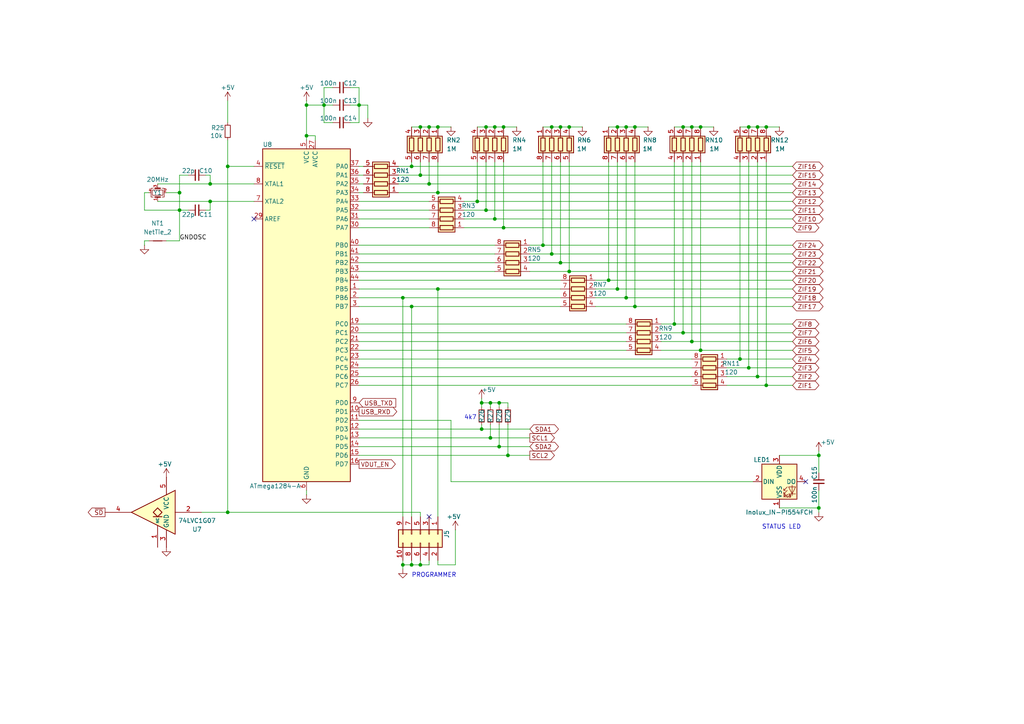
<source format=kicad_sch>
(kicad_sch (version 20250114) (generator "eeschema") (generator_version "9.0")
  (paper "A4")
  (title_block (title "Logic IC tester / microcontroller") (date "2025-04-16") (rev "3.0") (company "https://mera400.pl"))
  (lib_symbols
    (symbol "74xGxx:74LVC1G07"
      (property "Reference" "U" (at 0 7.62 0))
      (property "Value" "74LVC1G07" (at 3.81 -7.62 0))
      (symbol "74LVC1G07_0_1"
        (polyline (pts (xy -7.62 6.35) (xy -7.62 -6.35) (xy 5.08 0) (xy -7.62 6.35)) (stroke (width 0.254)) (fill (type background)))
        (polyline (pts (xy -3.81 -1.27) (xy -1.27 -1.27)) (stroke (width 0.254)) (fill (type background)))
        (polyline (pts (xy -2.54 1.27) (xy -3.81 0) (xy -2.54 -1.27) (xy -1.27 0) (xy -2.54 1.27)) (stroke (width 0.254)) (fill (type background)))
      )
      (symbol "74LVC1G07_1_1"
        (pin input line (at -15.24 0 0) (length 7.62) (name "~") (number "2"))
        (pin power_in line (at -5.08 10.16 270) (length 5.08) (name "VCC") (number "5"))
        (pin power_in line (at -5.08 -10.16 90) (length 5.08) (name "GND") (number "3"))
        (pin free line (at -2.54 -10.16 90) (length 6.35) (name "NC") (number "1"))
        (pin open_collector line (at 12.7 0 180) (length 7.62) (name "~") (number "4"))
      )
    )
    (symbol "Connector_Generic:Conn_02x05_Odd_Even" (pin_names (offset 1.016) (hide yes))
      (property "Reference" "J" (at 1.27 7.62 0))
      (property "Value" "Conn_02x05_Odd_Even" (at 1.27 -7.62 0))
      (symbol "Conn_02x05_Odd_Even_1_1"
        (rectangle (start -1.27 6.35) (end 3.81 -6.35) (stroke (width 0.254)) (fill (type background)))
        (rectangle (start -1.27 5.207) (end 0 4.953) (stroke (width 0.1524)))
        (rectangle (start -1.27 2.667) (end 0 2.413) (stroke (width 0.1524)))
        (rectangle (start -1.27 0.127) (end 0 -0.127) (stroke (width 0.1524)))
        (rectangle (start -1.27 -2.413) (end 0 -2.667) (stroke (width 0.1524)))
        (rectangle (start -1.27 -4.953) (end 0 -5.207) (stroke (width 0.1524)))
        (rectangle (start 3.81 5.207) (end 2.54 4.953) (stroke (width 0.1524)))
        (rectangle (start 3.81 2.667) (end 2.54 2.413) (stroke (width 0.1524)))
        (rectangle (start 3.81 0.127) (end 2.54 -0.127) (stroke (width 0.1524)))
        (rectangle (start 3.81 -2.413) (end 2.54 -2.667) (stroke (width 0.1524)))
        (rectangle (start 3.81 -4.953) (end 2.54 -5.207) (stroke (width 0.1524)))
        (pin passive line (at -5.08 5.08 0) (length 3.81) (name "Pin_1") (number "1"))
        (pin passive line (at -5.08 2.54 0) (length 3.81) (name "Pin_3") (number "3"))
        (pin passive line (at -5.08 0 0) (length 3.81) (name "Pin_5") (number "5"))
        (pin passive line (at -5.08 -2.54 0) (length 3.81) (name "Pin_7") (number "7"))
        (pin passive line (at -5.08 -5.08 0) (length 3.81) (name "Pin_9") (number "9"))
        (pin passive line (at 7.62 5.08 180) (length 3.81) (name "Pin_2") (number "2"))
        (pin passive line (at 7.62 2.54 180) (length 3.81) (name "Pin_4") (number "4"))
        (pin passive line (at 7.62 0 180) (length 3.81) (name "Pin_6") (number "6"))
        (pin passive line (at 7.62 -2.54 180) (length 3.81) (name "Pin_8") (number "8"))
        (pin passive line (at 7.62 -5.08 180) (length 3.81) (name "Pin_10") (number "10"))
      )
    )
    (symbol "Device:C_Small" (pin_numbers (hide yes)) (pin_names (offset 0.254) (hide yes))
      (property "Reference" "C" (at 0.254 1.778 0))
      (property "Value" "C_Small" (at 0.254 -2.032 0))
      (symbol "C_Small_0_1"
        (polyline (pts (xy -1.524 0.508) (xy 1.524 0.508)) (stroke (width 0.3048)))
        (polyline (pts (xy -1.524 -0.508) (xy 1.524 -0.508)) (stroke (width 0.3302)))
      )
      (symbol "C_Small_1_1"
        (pin passive line (at 0 2.54 270) (length 2.032) (name "~") (number "1"))
        (pin passive line (at 0 -2.54 90) (length 2.032) (name "~") (number "2"))
      )
    )
    (symbol "Device:Crystal_GND24_Small" (pin_names (offset 1.016) (hide yes))
      (property "Reference" "Y" (at 1.27 4.445 0))
      (property "Value" "Crystal_GND24_Small" (at 1.27 2.54 0))
      (symbol "Crystal_GND24_Small_0_1"
        (polyline (pts (xy -1.27 1.27) (xy -1.27 1.905) (xy 1.27 1.905) (xy 1.27 1.27)))
        (polyline (pts (xy -1.27 -0.762) (xy -1.27 0.762)) (stroke (width 0.381)))
        (polyline (pts (xy -1.27 -1.27) (xy -1.27 -1.905) (xy 1.27 -1.905) (xy 1.27 -1.27)))
        (rectangle (start -0.762 -1.524) (end 0.762 1.524))
        (polyline (pts (xy 1.27 -0.762) (xy 1.27 0.762)) (stroke (width 0.381)))
      )
      (symbol "Crystal_GND24_Small_1_1"
        (pin passive line (at -2.54 0 0) (length 1.27) (name "1") (number "1"))
        (pin passive line (at 0 2.54 270) (length 0.635) (name "4") (number "4"))
        (pin passive line (at 0 -2.54 90) (length 0.635) (name "2") (number "2"))
        (pin passive line (at 2.54 0 180) (length 1.27) (name "3") (number "3"))
      )
    )
    (symbol "Device:NetTie_2" (pin_numbers (hide yes)) (pin_names (offset 0) (hide yes)) (in_bom no)
      (property "Reference" "NT" (at 0 1.27 0))
      (property "Value" "NetTie_2" (at 0 -1.27 0))
      (symbol "NetTie_2_0_1"
        (polyline (pts (xy -1.27 0) (xy 1.27 0)) (stroke (width 0.254)))
      )
      (symbol "NetTie_2_1_1"
        (pin passive line (at -2.54 0 0) (length 2.54) (name "1") (number "1"))
        (pin passive line (at 2.54 0 180) (length 2.54) (name "2") (number "2"))
      )
    )
    (symbol "Device:R_Pack04" (pin_names (offset 0) (hide yes))
      (property "Reference" "RN" (at -7.62 0 90))
      (property "Value" "R_Pack04" (at 5.08 0 90))
      (symbol "R_Pack04_0_1"
        (rectangle (start -6.35 -2.413) (end 3.81 2.413) (stroke (width 0.254)) (fill (type background)))
        (rectangle (start -5.715 1.905) (end -4.445 -1.905) (stroke (width 0.254)))
        (polyline (pts (xy -5.08 1.905) (xy -5.08 2.54)))
        (polyline (pts (xy -5.08 -2.54) (xy -5.08 -1.905)))
        (rectangle (start -3.175 1.905) (end -1.905 -1.905) (stroke (width 0.254)))
        (polyline (pts (xy -2.54 1.905) (xy -2.54 2.54)))
        (polyline (pts (xy -2.54 -2.54) (xy -2.54 -1.905)))
        (rectangle (start -0.635 1.905) (end 0.635 -1.905) (stroke (width 0.254)))
        (polyline (pts (xy 0 1.905) (xy 0 2.54)))
        (polyline (pts (xy 0 -2.54) (xy 0 -1.905)))
        (rectangle (start 1.905 1.905) (end 3.175 -1.905) (stroke (width 0.254)))
        (polyline (pts (xy 2.54 1.905) (xy 2.54 2.54)))
        (polyline (pts (xy 2.54 -2.54) (xy 2.54 -1.905)))
      )
      (symbol "R_Pack04_1_1"
        (pin passive line (at -5.08 5.08 270) (length 2.54) (name "R1.2") (number "8"))
        (pin passive line (at -5.08 -5.08 90) (length 2.54) (name "R1.1") (number "1"))
        (pin passive line (at -2.54 5.08 270) (length 2.54) (name "R2.2") (number "7"))
        (pin passive line (at -2.54 -5.08 90) (length 2.54) (name "R2.1") (number "2"))
        (pin passive line (at 0 5.08 270) (length 2.54) (name "R3.2") (number "6"))
        (pin passive line (at 0 -5.08 90) (length 2.54) (name "R3.1") (number "3"))
        (pin passive line (at 2.54 5.08 270) (length 2.54) (name "R4.2") (number "5"))
        (pin passive line (at 2.54 -5.08 90) (length 2.54) (name "R4.1") (number "4"))
      )
    )
    (symbol "Device:R_Small" (pin_numbers (hide yes)) (pin_names (offset 0.254) (hide yes))
      (property "Reference" "R" (at 0.762 0.508 0))
      (property "Value" "R_Small" (at 0.762 -1.016 0))
      (symbol "R_Small_0_1"
        (rectangle (start -0.762 1.778) (end 0.762 -1.778) (stroke (width 0.2032)))
      )
      (symbol "R_Small_1_1"
        (pin passive line (at 0 2.54 270) (length 0.762) (name "~") (number "1"))
        (pin passive line (at 0 -2.54 90) (length 0.762) (name "~") (number "2"))
      )
    )
    (symbol "LED:Inolux_IN-PI554FCH" (pin_names (offset 0.254))
      (property "Reference" "D" (at 5.08 5.715 0))
      (property "Value" "Inolux_IN-PI554FCH" (at 1.27 -5.715 0))
      (symbol "Inolux_IN-PI554FCH_0_0"
        (text "RGB" (at 2.286 -4.191 0) (effects (font (size 0.762 0.762))))
      )
      (symbol "Inolux_IN-PI554FCH_0_1"
        (polyline (pts (xy 1.27 -2.54) (xy 1.778 -2.54)))
        (polyline (pts (xy 1.27 -3.556) (xy 1.778 -3.556)))
        (polyline (pts (xy 2.286 -1.524) (xy 1.27 -2.54) (xy 1.27 -2.032)))
        (polyline (pts (xy 2.286 -2.54) (xy 1.27 -3.556) (xy 1.27 -3.048)))
        (polyline (pts (xy 3.683 -1.016) (xy 3.683 -3.556) (xy 3.683 -4.064)))
        (polyline (pts (xy 4.699 -1.524) (xy 2.667 -1.524) (xy 3.683 -3.556) (xy 4.699 -1.524)))
        (polyline (pts (xy 4.699 -3.556) (xy 2.667 -3.556)))
        (rectangle (start 5.08 5.08) (end -5.08 -5.08) (stroke (width 0.254)) (fill (type background)))
      )
      (symbol "Inolux_IN-PI554FCH_1_1"
        (pin input line (at -7.62 0 0) (length 2.54) (name "DIN") (number "2"))
        (pin power_in line (at 0 7.62 270) (length 2.54) (name "VDD") (number "3"))
        (pin power_in line (at 0 -7.62 90) (length 2.54) (name "VSS") (number "1"))
        (pin output line (at 7.62 0 180) (length 2.54) (name "DO") (number "4"))
      )
    )
    (symbol "MCU_Microchip_ATmega:ATmega1284-A"
      (property "Reference" "U" (at -12.7 49.53 0))
      (property "Value" "ATmega1284-A" (at 2.54 -49.53 0))
      (symbol "ATmega1284-A_0_1"
        (rectangle (start -12.7 -48.26) (end 12.7 48.26) (stroke (width 0.254)) (fill (type background)))
      )
      (symbol "ATmega1284-A_1_1"
        (pin input line (at -15.24 43.18 0) (length 2.54) (name "~{RESET}") (number "4"))
        (pin input line (at -15.24 38.1 0) (length 2.54) (name "XTAL1") (number "8"))
        (pin output line (at -15.24 33.02 0) (length 2.54) (name "XTAL2") (number "7"))
        (pin passive line (at -15.24 27.94 0) (length 2.54) (name "AREF") (number "29"))
        (pin passive line (at 0 50.8 270) (length 2.54) (hide yes) (name "VCC") (number "17"))
        (pin passive line (at 0 50.8 270) (length 2.54) (hide yes) (name "VCC") (number "38"))
        (pin power_in line (at 0 50.8 270) (length 2.54) (name "VCC") (number "5"))
        (pin passive line (at 0 -50.8 90) (length 2.54) (hide yes) (name "GND") (number "18"))
        (pin passive line (at 0 -50.8 90) (length 2.54) (hide yes) (name "GND") (number "28"))
        (pin passive line (at 0 -50.8 90) (length 2.54) (hide yes) (name "GND") (number "39"))
        (pin power_in line (at 0 -50.8 90) (length 2.54) (name "GND") (number "6"))
        (pin power_in line (at 2.54 50.8 270) (length 2.54) (name "AVCC") (number "27"))
        (pin bidirectional line (at 15.24 43.18 180) (length 2.54) (name "PA0") (number "37"))
        (pin bidirectional line (at 15.24 40.64 180) (length 2.54) (name "PA1") (number "36"))
        (pin bidirectional line (at 15.24 38.1 180) (length 2.54) (name "PA2") (number "35"))
        (pin bidirectional line (at 15.24 35.56 180) (length 2.54) (name "PA3") (number "34"))
        (pin bidirectional line (at 15.24 33.02 180) (length 2.54) (name "PA4") (number "33"))
        (pin bidirectional line (at 15.24 30.48 180) (length 2.54) (name "PA5") (number "32"))
        (pin bidirectional line (at 15.24 27.94 180) (length 2.54) (name "PA6") (number "31"))
        (pin bidirectional line (at 15.24 25.4 180) (length 2.54) (name "PA7") (number "30"))
        (pin bidirectional line (at 15.24 20.32 180) (length 2.54) (name "PB0") (number "40"))
        (pin bidirectional line (at 15.24 17.78 180) (length 2.54) (name "PB1") (number "41"))
        (pin bidirectional line (at 15.24 15.24 180) (length 2.54) (name "PB2") (number "42"))
        (pin bidirectional line (at 15.24 12.7 180) (length 2.54) (name "PB3") (number "43"))
        (pin bidirectional line (at 15.24 10.16 180) (length 2.54) (name "PB4") (number "44"))
        (pin bidirectional line (at 15.24 7.62 180) (length 2.54) (name "PB5") (number "1"))
        (pin bidirectional line (at 15.24 5.08 180) (length 2.54) (name "PB6") (number "2"))
        (pin bidirectional line (at 15.24 2.54 180) (length 2.54) (name "PB7") (number "3"))
        (pin bidirectional line (at 15.24 -2.54 180) (length 2.54) (name "PC0") (number "19"))
        (pin bidirectional line (at 15.24 -5.08 180) (length 2.54) (name "PC1") (number "20"))
        (pin bidirectional line (at 15.24 -7.62 180) (length 2.54) (name "PC2") (number "21"))
        (pin bidirectional line (at 15.24 -10.16 180) (length 2.54) (name "PC3") (number "22"))
        (pin bidirectional line (at 15.24 -12.7 180) (length 2.54) (name "PC4") (number "23"))
        (pin bidirectional line (at 15.24 -15.24 180) (length 2.54) (name "PC5") (number "24"))
        (pin bidirectional line (at 15.24 -17.78 180) (length 2.54) (name "PC6") (number "25"))
        (pin bidirectional line (at 15.24 -20.32 180) (length 2.54) (name "PC7") (number "26"))
        (pin bidirectional line (at 15.24 -25.4 180) (length 2.54) (name "PD0") (number "9"))
        (pin bidirectional line (at 15.24 -27.94 180) (length 2.54) (name "PD1") (number "10"))
        (pin bidirectional line (at 15.24 -30.48 180) (length 2.54) (name "PD2") (number "11"))
        (pin bidirectional line (at 15.24 -33.02 180) (length 2.54) (name "PD3") (number "12"))
        (pin bidirectional line (at 15.24 -35.56 180) (length 2.54) (name "PD4") (number "13"))
        (pin bidirectional line (at 15.24 -38.1 180) (length 2.54) (name "PD5") (number "14"))
        (pin bidirectional line (at 15.24 -40.64 180) (length 2.54) (name "PD6") (number "15"))
        (pin bidirectional line (at 15.24 -43.18 180) (length 2.54) (name "PD7") (number "16"))
      )
    )
    (symbol "power:+5V" (power) (pin_numbers (hide yes)) (pin_names (offset 0) (hide yes))
      (property "Value" "+5V" (at 0 3.556 0))
      (symbol "+5V_0_1"
        (polyline (pts (xy -0.762 1.27) (xy 0 2.54)))
        (polyline (pts (xy 0 2.54) (xy 0.762 1.27)))
        (polyline (pts (xy 0 0) (xy 0 2.54)))
      )
      (symbol "+5V_1_1"
        (pin power_in line (at 0 0 90) (length 0) (name "~") (number "1"))
      )
    )
    (symbol "power:GND" (power) (pin_numbers (hide yes)) (pin_names (offset 0) (hide yes))
      (property "Value" "GND" (at 0 -3.81 0))
      (symbol "GND_0_1"
        (polyline (pts (xy 0 0) (xy 0 -1.27) (xy 1.27 -1.27) (xy 0 -2.54) (xy -1.27 -1.27) (xy 0 -1.27)))
      )
      (symbol "GND_1_1"
        (pin power_in line (at 0 0 270) (length 0) (name "~") (number "1"))
      )
    )
  )
  (text "STATUS LED" (at 220.98 153.67 0) (effects (font (size 1.27 1.27)) (justify left bottom)))
  (text "PROGRAMMER" (at 119.38 167.64 0) (effects (font (size 1.27 1.27)) (justify left bottom)))
  (text "4k7" (at 134.62 121.92 0) (effects (font (size 1.27 1.27)) (justify left bottom)))
  (junction (at 217.17 36.83))
  (junction (at 138.43 58.42))
  (junction (at 219.71 36.83))
  (junction (at 217.17 106.68))
  (junction (at 119.38 163.83))
  (junction (at 195.58 93.98))
  (junction (at 181.61 86.36))
  (junction (at 124.46 36.83))
  (junction (at 237.49 132.08))
  (junction (at 162.56 76.2))
  (junction (at 200.66 36.83))
  (junction (at 119.38 88.9))
  (junction (at 52.07 60.96))
  (junction (at 88.9 30.48))
  (junction (at 181.61 36.83))
  (junction (at 184.15 36.83))
  (junction (at 200.66 99.06))
  (junction (at 237.49 147.32))
  (junction (at 139.7 124.46))
  (junction (at 222.25 111.76))
  (junction (at 144.78 129.54))
  (junction (at 127 83.82))
  (junction (at 160.02 73.66))
  (junction (at 144.78 116.84))
  (junction (at 52.07 55.88))
  (junction (at 203.2 36.83))
  (junction (at 214.63 104.14))
  (junction (at 140.97 60.96))
  (junction (at 165.1 78.74))
  (junction (at 219.71 109.22))
  (junction (at 124.46 53.34))
  (junction (at 143.51 63.5))
  (junction (at 121.92 36.83))
  (junction (at 140.97 36.83))
  (junction (at 179.07 83.82))
  (junction (at 198.12 96.52))
  (junction (at 139.7 116.84))
  (junction (at 203.2 101.6))
  (junction (at 60.96 58.42))
  (junction (at 60.96 53.34))
  (junction (at 179.07 36.83))
  (junction (at 116.84 163.83))
  (junction (at 146.05 36.83))
  (junction (at 184.15 88.9))
  (junction (at 104.14 30.48))
  (junction (at 142.24 116.84))
  (junction (at 142.24 127))
  (junction (at 198.12 36.83))
  (junction (at 127 36.83))
  (junction (at 127 55.88))
  (junction (at 93.98 30.48))
  (junction (at 119.38 48.26))
  (junction (at 88.9 39.37))
  (junction (at 162.56 36.83))
  (junction (at 176.53 81.28))
  (junction (at 66.04 48.26))
  (junction (at 143.51 36.83))
  (junction (at 147.32 132.08))
  (junction (at 121.92 50.8))
  (junction (at 222.25 36.83))
  (junction (at 116.84 86.36))
  (junction (at 121.92 163.83))
  (junction (at 160.02 36.83))
  (junction (at 157.48 71.12))
  (junction (at 66.04 148.59))
  (junction (at 165.1 36.83))
  (junction (at 146.05 66.04))
  (no_connect (at 233.68 139.7))
  (no_connect (at 73.66 63.5))
  (no_connect (at 124.46 149.86))
  (wire (pts (xy 124.46 63.5) (xy 104.14 63.5)))
  (wire (pts (xy 222.25 46.99) (xy 222.25 111.76)))
  (wire (pts (xy 41.91 71.12) (xy 41.91 69.85)))
  (wire (pts (xy 210.82 111.76) (xy 222.25 111.76)))
  (wire (pts (xy 52.07 50.8) (xy 54.61 50.8)))
  (wire (pts (xy 203.2 36.83) (xy 200.66 36.83)))
  (wire (pts (xy 142.24 127) (xy 153.67 127)))
  (wire (pts (xy 45.72 58.42) (xy 60.96 58.42)))
  (wire (pts (xy 179.07 36.83) (xy 181.61 36.83)))
  (wire (pts (xy 140.97 60.96) (xy 229.87 60.96)))
  (wire (pts (xy 104.14 30.48) (xy 106.68 30.48)))
  (wire (pts (xy 116.84 162.56) (xy 116.84 163.83)))
  (wire (pts (xy 93.98 30.48) (xy 93.98 35.56)))
  (wire (pts (xy 66.04 40.64) (xy 66.04 48.26)))
  (wire (pts (xy 219.71 46.99) (xy 219.71 109.22)))
  (wire (pts (xy 144.78 116.84) (xy 147.32 116.84)))
  (wire (pts (xy 203.2 101.6) (xy 229.87 101.6)))
  (wire (pts (xy 157.48 36.83) (xy 160.02 36.83)))
  (wire (pts (xy 229.87 50.8) (xy 121.92 50.8)))
  (wire (pts (xy 60.96 50.8) (xy 59.69 50.8)))
  (wire (pts (xy 104.14 88.9) (xy 119.38 88.9)))
  (wire (pts (xy 124.46 163.83) (xy 124.46 162.56)))
  (wire (pts (xy 105.41 50.8) (xy 104.14 50.8)))
  (wire (pts (xy 146.05 66.04) (xy 229.87 66.04)))
  (wire (pts (xy 210.82 109.22) (xy 219.71 109.22)))
  (wire (pts (xy 237.49 148.59) (xy 237.49 147.32)))
  (wire (pts (xy 229.87 55.88) (xy 127 55.88)))
  (wire (pts (xy 101.6 30.48) (xy 104.14 30.48)))
  (wire (pts (xy 106.68 30.48) (xy 106.68 34.29)))
  (wire (pts (xy 48.26 55.88) (xy 52.07 55.88)))
  (wire (pts (xy 229.87 48.26) (xy 119.38 48.26)))
  (wire (pts (xy 195.58 93.98) (xy 229.87 93.98)))
  (wire (pts (xy 184.15 88.9) (xy 229.87 88.9)))
  (wire (pts (xy 146.05 46.99) (xy 146.05 66.04)))
  (wire (pts (xy 214.63 104.14) (xy 229.87 104.14)))
  (wire (pts (xy 104.14 104.14) (xy 200.66 104.14)))
  (wire (pts (xy 172.72 81.28) (xy 176.53 81.28)))
  (wire (pts (xy 119.38 46.99) (xy 119.38 48.26)))
  (wire (pts (xy 181.61 86.36) (xy 229.87 86.36)))
  (wire (pts (xy 127 83.82) (xy 127 149.86)))
  (wire (pts (xy 165.1 36.83) (xy 168.91 36.83)))
  (wire (pts (xy 144.78 129.54) (xy 153.67 129.54)))
  (wire (pts (xy 119.38 36.83) (xy 121.92 36.83)))
  (wire (pts (xy 176.53 36.83) (xy 179.07 36.83)))
  (wire (pts (xy 147.32 132.08) (xy 153.67 132.08)))
  (wire (pts (xy 219.71 109.22) (xy 229.87 109.22)))
  (wire (pts (xy 134.62 66.04) (xy 146.05 66.04)))
  (wire (pts (xy 121.92 46.99) (xy 121.92 50.8)))
  (wire (pts (xy 200.66 46.99) (xy 200.66 99.06)))
  (wire (pts (xy 146.05 36.83) (xy 149.86 36.83)))
  (wire (pts (xy 162.56 81.28) (xy 104.14 81.28)))
  (wire (pts (xy 176.53 81.28) (xy 229.87 81.28)))
  (wire (pts (xy 104.14 132.08) (xy 147.32 132.08)))
  (wire (pts (xy 60.96 53.34) (xy 73.66 53.34)))
  (wire (pts (xy 101.6 35.56) (xy 104.14 35.56)))
  (wire (pts (xy 88.9 30.48) (xy 93.98 30.48)))
  (wire (pts (xy 143.51 36.83) (xy 146.05 36.83)))
  (wire (pts (xy 217.17 46.99) (xy 217.17 106.68)))
  (wire (pts (xy 134.62 60.96) (xy 140.97 60.96)))
  (wire (pts (xy 45.72 53.34) (xy 60.96 53.34)))
  (wire (pts (xy 66.04 148.59) (xy 66.04 48.26)))
  (wire (pts (xy 143.51 76.2) (xy 104.14 76.2)))
  (wire (pts (xy 91.44 39.37) (xy 91.44 40.64)))
  (wire (pts (xy 134.62 58.42) (xy 138.43 58.42)))
  (wire (pts (xy 60.96 60.96) (xy 59.69 60.96)))
  (wire (pts (xy 124.46 58.42) (xy 104.14 58.42)))
  (wire (pts (xy 200.66 99.06) (xy 229.87 99.06)))
  (wire (pts (xy 191.77 93.98) (xy 195.58 93.98)))
  (wire (pts (xy 179.07 46.99) (xy 179.07 83.82)))
  (wire (pts (xy 153.67 73.66) (xy 160.02 73.66)))
  (wire (pts (xy 138.43 58.42) (xy 229.87 58.42)))
  (wire (pts (xy 222.25 36.83) (xy 219.71 36.83)))
  (wire (pts (xy 119.38 163.83) (xy 116.84 163.83)))
  (wire (pts (xy 237.49 147.32) (xy 226.06 147.32)))
  (wire (pts (xy 139.7 116.84) (xy 139.7 118.11)))
  (wire (pts (xy 144.78 116.84) (xy 144.78 118.11)))
  (wire (pts (xy 60.96 50.8) (xy 60.96 53.34)))
  (wire (pts (xy 198.12 96.52) (xy 229.87 96.52)))
  (wire (pts (xy 132.08 153.67) (xy 132.08 163.83)))
  (wire (pts (xy 115.57 55.88) (xy 127 55.88)))
  (wire (pts (xy 203.2 46.99) (xy 203.2 101.6)))
  (wire (pts (xy 147.32 116.84) (xy 147.32 118.11)))
  (wire (pts (xy 237.49 132.08) (xy 226.06 132.08)))
  (wire (pts (xy 88.9 29.21) (xy 88.9 30.48)))
  (wire (pts (xy 153.67 71.12) (xy 157.48 71.12)))
  (wire (pts (xy 121.92 163.83) (xy 121.92 162.56)))
  (wire (pts (xy 162.56 76.2) (xy 229.87 76.2)))
  (wire (pts (xy 143.51 73.66) (xy 104.14 73.66)))
  (wire (pts (xy 160.02 46.99) (xy 160.02 73.66)))
  (wire (pts (xy 138.43 46.99) (xy 138.43 58.42)))
  (wire (pts (xy 140.97 46.99) (xy 140.97 60.96)))
  (wire (pts (xy 191.77 96.52) (xy 198.12 96.52)))
  (wire (pts (xy 52.07 60.96) (xy 52.07 69.85)))
  (wire (pts (xy 142.24 116.84) (xy 142.24 118.11)))
  (wire (pts (xy 210.82 104.14) (xy 214.63 104.14)))
  (wire (pts (xy 104.14 25.4) (xy 101.6 25.4)))
  (wire (pts (xy 222.25 36.83) (xy 226.06 36.83)))
  (wire (pts (xy 160.02 73.66) (xy 229.87 73.66)))
  (wire (pts (xy 203.2 36.83) (xy 207.01 36.83)))
  (wire (pts (xy 52.07 60.96) (xy 54.61 60.96)))
  (wire (pts (xy 104.14 111.76) (xy 200.66 111.76)))
  (wire (pts (xy 119.38 149.86) (xy 119.38 88.9)))
  (wire (pts (xy 104.14 99.06) (xy 181.61 99.06)))
  (wire (pts (xy 143.51 63.5) (xy 229.87 63.5)))
  (wire (pts (xy 104.14 127) (xy 142.24 127)))
  (wire (pts (xy 124.46 66.04) (xy 104.14 66.04)))
  (wire (pts (xy 191.77 99.06) (xy 200.66 99.06)))
  (wire (pts (xy 124.46 60.96) (xy 104.14 60.96)))
  (wire (pts (xy 162.56 46.99) (xy 162.56 76.2)))
  (wire (pts (xy 217.17 106.68) (xy 229.87 106.68)))
  (wire (pts (xy 184.15 46.99) (xy 184.15 88.9)))
  (wire (pts (xy 140.97 36.83) (xy 143.51 36.83)))
  (wire (pts (xy 52.07 50.8) (xy 52.07 55.88)))
  (wire (pts (xy 121.92 36.83) (xy 124.46 36.83)))
  (wire (pts (xy 181.61 46.99) (xy 181.61 86.36)))
  (wire (pts (xy 143.51 71.12) (xy 104.14 71.12)))
  (wire (pts (xy 176.53 46.99) (xy 176.53 81.28)))
  (wire (pts (xy 237.49 137.16) (xy 237.49 132.08)))
  (wire (pts (xy 127 163.83) (xy 132.08 163.83)))
  (wire (pts (xy 104.14 93.98) (xy 181.61 93.98)))
  (wire (pts (xy 124.46 36.83) (xy 127 36.83)))
  (wire (pts (xy 181.61 36.83) (xy 184.15 36.83)))
  (wire (pts (xy 172.72 88.9) (xy 184.15 88.9)))
  (wire (pts (xy 237.49 142.24) (xy 237.49 147.32)))
  (wire (pts (xy 104.14 83.82) (xy 127 83.82)))
  (wire (pts (xy 200.66 36.83) (xy 198.12 36.83)))
  (wire (pts (xy 195.58 46.99) (xy 195.58 93.98)))
  (wire (pts (xy 41.91 55.88) (xy 41.91 60.96)))
  (wire (pts (xy 139.7 116.84) (xy 142.24 116.84)))
  (wire (pts (xy 172.72 83.82) (xy 179.07 83.82)))
  (wire (pts (xy 165.1 78.74) (xy 229.87 78.74)))
  (wire (pts (xy 162.56 36.83) (xy 165.1 36.83)))
  (wire (pts (xy 172.72 86.36) (xy 181.61 86.36)))
  (wire (pts (xy 104.14 106.68) (xy 200.66 106.68)))
  (wire (pts (xy 88.9 39.37) (xy 88.9 40.64)))
  (wire (pts (xy 105.41 55.88) (xy 104.14 55.88)))
  (wire (pts (xy 60.96 58.42) (xy 73.66 58.42)))
  (wire (pts (xy 157.48 71.12) (xy 229.87 71.12)))
  (wire (pts (xy 139.7 123.19) (xy 139.7 124.46)))
  (wire (pts (xy 219.71 36.83) (xy 217.17 36.83)))
  (wire (pts (xy 66.04 48.26) (xy 73.66 48.26)))
  (wire (pts (xy 104.14 30.48) (xy 104.14 35.56)))
  (wire (pts (xy 144.78 123.19) (xy 144.78 129.54)))
  (wire (pts (xy 41.91 69.85) (xy 43.18 69.85)))
  (wire (pts (xy 143.51 46.99) (xy 143.51 63.5)))
  (wire (pts (xy 52.07 55.88) (xy 52.07 60.96)))
  (wire (pts (xy 58.42 148.59) (xy 66.04 148.59)))
  (wire (pts (xy 104.14 86.36) (xy 116.84 86.36)))
  (wire (pts (xy 93.98 35.56) (xy 96.52 35.56)))
  (wire (pts (xy 217.17 36.83) (xy 214.63 36.83)))
  (wire (pts (xy 119.38 163.83) (xy 119.38 162.56)))
  (wire (pts (xy 127 83.82) (xy 162.56 83.82)))
  (wire (pts (xy 115.57 53.34) (xy 124.46 53.34)))
  (wire (pts (xy 198.12 36.83) (xy 195.58 36.83)))
  (wire (pts (xy 93.98 25.4) (xy 93.98 30.48)))
  (wire (pts (xy 198.12 46.99) (xy 198.12 96.52)))
  (wire (pts (xy 153.67 78.74) (xy 165.1 78.74)))
  (wire (pts (xy 165.1 46.99) (xy 165.1 78.74)))
  (wire (pts (xy 104.14 109.22) (xy 200.66 109.22)))
  (wire (pts (xy 127 162.56) (xy 127 163.83)))
  (wire (pts (xy 104.14 96.52) (xy 181.61 96.52)))
  (wire (pts (xy 48.26 69.85) (xy 52.07 69.85)))
  (wire (pts (xy 139.7 124.46) (xy 153.67 124.46)))
  (wire (pts (xy 214.63 46.99) (xy 214.63 104.14)))
  (wire (pts (xy 104.14 101.6) (xy 181.61 101.6)))
  (wire (pts (xy 116.84 163.83) (xy 116.84 165.1)))
  (wire (pts (xy 116.84 86.36) (xy 116.84 149.86)))
  (wire (pts (xy 105.41 53.34) (xy 104.14 53.34)))
  (wire (pts (xy 104.14 25.4) (xy 104.14 30.48)))
  (wire (pts (xy 237.49 130.81) (xy 237.49 132.08)))
  (wire (pts (xy 88.9 30.48) (xy 88.9 39.37)))
  (wire (pts (xy 222.25 111.76) (xy 229.87 111.76)))
  (wire (pts (xy 191.77 101.6) (xy 203.2 101.6)))
  (wire (pts (xy 142.24 123.19) (xy 142.24 127)))
  (wire (pts (xy 153.67 76.2) (xy 162.56 76.2)))
  (wire (pts (xy 127 46.99) (xy 127 55.88)))
  (wire (pts (xy 104.14 129.54) (xy 144.78 129.54)))
  (wire (pts (xy 93.98 25.4) (xy 96.52 25.4)))
  (wire (pts (xy 105.41 48.26) (xy 104.14 48.26)))
  (wire (pts (xy 130.81 121.92) (xy 104.14 121.92)))
  (wire (pts (xy 160.02 36.83) (xy 162.56 36.83)))
  (wire (pts (xy 121.92 163.83) (xy 119.38 163.83)))
  (wire (pts (xy 116.84 86.36) (xy 162.56 86.36)))
  (wire (pts (xy 121.92 148.59) (xy 121.92 149.86)))
  (wire (pts (xy 229.87 53.34) (xy 124.46 53.34)))
  (wire (pts (xy 88.9 143.51) (xy 88.9 142.24)))
  (wire (pts (xy 115.57 50.8) (xy 121.92 50.8)))
  (wire (pts (xy 218.44 139.7) (xy 130.81 139.7)))
  (wire (pts (xy 93.98 30.48) (xy 96.52 30.48)))
  (wire (pts (xy 66.04 35.56) (xy 66.04 29.21)))
  (wire (pts (xy 143.51 78.74) (xy 104.14 78.74)))
  (wire (pts (xy 41.91 55.88) (xy 43.18 55.88)))
  (wire (pts (xy 124.46 46.99) (xy 124.46 53.34)))
  (wire (pts (xy 104.14 124.46) (xy 139.7 124.46)))
  (wire (pts (xy 60.96 58.42) (xy 60.96 60.96)))
  (wire (pts (xy 142.24 116.84) (xy 144.78 116.84)))
  (wire (pts (xy 134.62 63.5) (xy 143.51 63.5)))
  (wire (pts (xy 66.04 148.59) (xy 121.92 148.59)))
  (wire (pts (xy 210.82 106.68) (xy 217.17 106.68)))
  (wire (pts (xy 147.32 123.19) (xy 147.32 132.08)))
  (wire (pts (xy 119.38 88.9) (xy 162.56 88.9)))
  (wire (pts (xy 127 36.83) (xy 130.81 36.83)))
  (wire (pts (xy 184.15 36.83) (xy 187.96 36.83)))
  (wire (pts (xy 124.46 163.83) (xy 121.92 163.83)))
  (wire (pts (xy 115.57 48.26) (xy 119.38 48.26)))
  (wire (pts (xy 139.7 115.57) (xy 139.7 116.84)))
  (wire (pts (xy 138.43 36.83) (xy 140.97 36.83)))
  (wire (pts (xy 157.48 46.99) (xy 157.48 71.12)))
  (wire (pts (xy 88.9 39.37) (xy 91.44 39.37)))
  (wire (pts (xy 41.91 60.96) (xy 52.07 60.96)))
  (wire (pts (xy 130.81 139.7) (xy 130.81 121.92)))
  (wire (pts (xy 179.07 83.82) (xy 229.87 83.82)))
  (label "GNDOSC" (at 52.07 69.85 0))
  (global_label "ZIF17" (shape bidirectional) (at 229.87 88.9 0) (property "Intersheetrefs" "${INTERSHEET_REFS}" (effects (hide yes))))
  (global_label "SDA1" (shape bidirectional) (at 153.67 124.46 0) (property "Intersheetrefs" "${INTERSHEET_REFS}" (effects (hide yes))))
  (global_label "ZIF2" (shape bidirectional) (at 229.87 109.22 0) (property "Intersheetrefs" "${INTERSHEET_REFS}" (effects (hide yes))))
  (global_label "USB_TXD" (shape input) (at 104.14 116.84 0) (property "Intersheetrefs" "${INTERSHEET_REFS}" (effects (hide yes))))
  (global_label "SDA2" (shape bidirectional) (at 153.67 129.54 0) (property "Intersheetrefs" "${INTERSHEET_REFS}" (effects (hide yes))))
  (global_label "SCL2" (shape output) (at 153.67 132.08 0) (property "Intersheetrefs" "${INTERSHEET_REFS}" (effects (hide yes))))
  (global_label "ZIF6" (shape bidirectional) (at 229.87 99.06 0) (property "Intersheetrefs" "${INTERSHEET_REFS}" (effects (hide yes))))
  (global_label "ZIF4" (shape bidirectional) (at 229.87 104.14 0) (property "Intersheetrefs" "${INTERSHEET_REFS}" (effects (hide yes))))
  (global_label "ZIF12" (shape bidirectional) (at 229.87 58.42 0) (property "Intersheetrefs" "${INTERSHEET_REFS}" (effects (hide yes))))
  (global_label "ZIF9" (shape bidirectional) (at 229.87 66.04 0) (property "Intersheetrefs" "${INTERSHEET_REFS}" (effects (hide yes))))
  (global_label "ZIF22" (shape bidirectional) (at 229.87 76.2 0) (property "Intersheetrefs" "${INTERSHEET_REFS}" (effects (hide yes))))
  (global_label "SCL1" (shape output) (at 153.67 127 0) (property "Intersheetrefs" "${INTERSHEET_REFS}" (effects (hide yes))))
  (global_label "ZIF5" (shape bidirectional) (at 229.87 101.6 0) (property "Intersheetrefs" "${INTERSHEET_REFS}" (effects (hide yes))))
  (global_label "USB_RXD" (shape output) (at 104.14 119.38 0) (property "Intersheetrefs" "${INTERSHEET_REFS}" (effects (hide yes))))
  (global_label "ZIF23" (shape bidirectional) (at 229.87 73.66 0) (property "Intersheetrefs" "${INTERSHEET_REFS}" (effects (hide yes))))
  (global_label "~{SD}" (shape output) (at 30.48 148.59 180) (property "Intersheetrefs" "${INTERSHEET_REFS}" (effects (hide yes))))
  (global_label "ZIF16" (shape bidirectional) (at 229.87 48.26 0) (property "Intersheetrefs" "${INTERSHEET_REFS}" (effects (hide yes))))
  (global_label "ZIF3" (shape bidirectional) (at 229.87 106.68 0) (property "Intersheetrefs" "${INTERSHEET_REFS}" (effects (hide yes))))
  (global_label "ZIF8" (shape bidirectional) (at 229.87 93.98 0) (property "Intersheetrefs" "${INTERSHEET_REFS}" (effects (hide yes))))
  (global_label "ZIF11" (shape bidirectional) (at 229.87 60.96 0) (property "Intersheetrefs" "${INTERSHEET_REFS}" (effects (hide yes))))
  (global_label "ZIF10" (shape bidirectional) (at 229.87 63.5 0) (property "Intersheetrefs" "${INTERSHEET_REFS}" (effects (hide yes))))
  (global_label "ZIF18" (shape bidirectional) (at 229.87 86.36 0) (property "Intersheetrefs" "${INTERSHEET_REFS}" (effects (hide yes))))
  (global_label "ZIF24" (shape bidirectional) (at 229.87 71.12 0) (property "Intersheetrefs" "${INTERSHEET_REFS}" (effects (hide yes))))
  (global_label "ZIF15" (shape bidirectional) (at 229.87 50.8 0) (property "Intersheetrefs" "${INTERSHEET_REFS}" (effects (hide yes))))
  (global_label "ZIF1" (shape bidirectional) (at 229.87 111.76 0) (property "Intersheetrefs" "${INTERSHEET_REFS}" (effects (hide yes))))
  (global_label "ZIF13" (shape bidirectional) (at 229.87 55.88 0) (property "Intersheetrefs" "${INTERSHEET_REFS}" (effects (hide yes))))
  (global_label "ZIF7" (shape bidirectional) (at 229.87 96.52 0) (property "Intersheetrefs" "${INTERSHEET_REFS}" (effects (hide yes))))
  (global_label "ZIF14" (shape bidirectional) (at 229.87 53.34 0) (property "Intersheetrefs" "${INTERSHEET_REFS}" (effects (hide yes))))
  (global_label "ZIF20" (shape bidirectional) (at 229.87 81.28 0) (property "Intersheetrefs" "${INTERSHEET_REFS}" (effects (hide yes))))
  (global_label "VDUT_EN" (shape output) (at 104.14 134.62 0) (property "Intersheetrefs" "${INTERSHEET_REFS}" (effects (hide yes))))
  (global_label "ZIF19" (shape bidirectional) (at 229.87 83.82 0) (property "Intersheetrefs" "${INTERSHEET_REFS}" (effects (hide yes))))
  (global_label "ZIF21" (shape bidirectional) (at 229.87 78.74 0) (property "Intersheetrefs" "${INTERSHEET_REFS}" (effects (hide yes))))
  (symbol (lib_id "power:+5V") (at 48.26 138.43 0) (unit 1)
    (property "Reference" "#PWR044" (effects (hide yes)))
    (property "Value" "+5V" (at 45.72 134.62 0) (effects (justify left)))
    (property "Description" "Power symbol creates a global label with name \"+5V\"" (effects (hide yes)))
  )
  (symbol (lib_id "power:GND") (at 48.26 158.75 0) (mirror y) (unit 1)
    (property "Reference" "#PWR045" (effects (hide yes)))
    (property "Value" "GND" (effects (hide yes)))
    (property "Description" "Power symbol creates a global label with name \"GND\" , ground" (effects (hide yes)))
  )
  (symbol (lib_id "power:GND") (at 41.91 71.12 0) (unit 1)
    (property "Reference" "#PWR046" (effects (hide yes)))
    (property "Value" "GND" (effects (hide yes)))
    (property "Description" "Power symbol creates a global label with name \"GND\" , ground" (effects (hide yes)))
  )
  (symbol (lib_id "power:+5V") (at 132.08 153.67 0) (unit 1)
    (property "Reference" "#PWR053" (effects (hide yes)))
    (property "Value" "+5V" (at 129.54 149.86 0) (effects (justify left)))
    (property "Description" "Power symbol creates a global label with name \"+5V\"" (effects (hide yes)))
  )
  (symbol (lib_id "power:GND") (at 116.84 165.1 0) (mirror y) (unit 1)
    (property "Reference" "#PWR051" (effects (hide yes)))
    (property "Value" "GND" (effects (hide yes)))
    (property "Description" "Power symbol creates a global label with name \"GND\" , ground" (effects (hide yes)))
  )
  (symbol (lib_id "Device:R_Small") (at 139.7 120.65 0) (unit 1)
    (property "Reference" "R26" (at 139.7 120.65 90))
    (property "Value" "4k7" (effects (hide yes)))
    (property "Footprint" "Resistor_SMD:R_0805_2012Metric_Pad1.20x1.40mm_HandSolder" (effects (hide yes)))
    (property "Description" "Resistor, small symbol" (effects (hide yes)))
  )
  (symbol (lib_id "power:GND") (at 226.06 36.83 0) (unit 1)
    (property "Reference" "#PWR059" (effects (hide yes)))
    (property "Value" "GND" (effects (hide yes)))
    (property "Description" "Power symbol creates a global label with name \"GND\" , ground" (effects (hide yes)))
  )
  (symbol (lib_id "Device:Crystal_GND24_Small") (at 45.72 55.88 90) (unit 1)
    (property "Reference" "Y1" (at 45.72 55.88 90))
    (property "Value" "20MHz" (at 45.72 52.07 90))
    (property "Footprint" "Crystal:Crystal_SMD_Abracon_ABM3C-4Pin_5.0x3.2mm" (effects (hide yes)))
    (property "Description" "Four pin crystal, GND on pins 2 and 4, small symbol" (effects (hide yes)))
  )
  (symbol (lib_id "Device:R_Small") (at 147.32 120.65 0) (unit 1)
    (property "Reference" "R29" (at 147.32 120.65 90))
    (property "Value" "4k7" (effects (hide yes)))
    (property "Footprint" "Resistor_SMD:R_0805_2012Metric_Pad1.20x1.40mm_HandSolder" (effects (hide yes)))
    (property "Description" "Resistor, small symbol" (effects (hide yes)))
  )
  (symbol (lib_id "power:GND") (at 149.86 36.83 0) (unit 1)
    (property "Reference" "#PWR055" (effects (hide yes)))
    (property "Value" "GND" (effects (hide yes)))
    (property "Description" "Power symbol creates a global label with name \"GND\" , ground" (effects (hide yes)))
  )
  (symbol (lib_id "Device:C_Small") (at 99.06 30.48 270) (unit 1)
    (property "Reference" "C13" (at 101.6 29.21 90))
    (property "Value" "100n" (at 95.25 29.21 90))
    (property "Footprint" "Capacitor_SMD:C_0805_2012Metric_Pad1.18x1.45mm_HandSolder" (effects (hide yes)))
    (property "Description" "Unpolarized capacitor, small symbol" (effects (hide yes)))
  )
  (symbol (lib_id "power:GND") (at 207.01 36.83 0) (unit 1)
    (property "Reference" "#PWR058" (effects (hide yes)))
    (property "Value" "GND" (effects (hide yes)))
    (property "Description" "Power symbol creates a global label with name \"GND\" , ground" (effects (hide yes)))
  )
  (symbol (lib_id "Device:NetTie_2") (at 45.72 69.85 0) (unit 1) (in_bom no)
    (property "Reference" "NT1" (at 45.72 64.77 0))
    (property "Value" "NetTie_2" (at 45.72 67.31 0))
    (property "Footprint" "NetTie:NetTie-2_SMD_Pad0.5mm" (effects (hide yes)))
    (property "Description" "Net tie, 2 pins" (effects (hide yes)))
  )
  (symbol (lib_id "Device:R_Pack04") (at 217.17 41.91 0) (mirror y) (unit 1)
    (property "Reference" "RN12" (at 223.52 40.64 0) (effects (justify right)))
    (property "Value" "1M" (at 224.79 43.18 0) (effects (justify right)))
    (property "Footprint" "Resistor_SMD:R_Array_Convex_4x0603" (effects (hide yes)))
    (property "Description" "4 resistor network, parallel topology" (effects (hide yes)))
  )
  (symbol (lib_id "Device:R_Small") (at 144.78 120.65 0) (unit 1)
    (property "Reference" "R28" (at 144.78 120.65 90))
    (property "Value" "4k7" (effects (hide yes)))
    (property "Footprint" "Resistor_SMD:R_0805_2012Metric_Pad1.20x1.40mm_HandSolder" (effects (hide yes)))
    (property "Description" "Resistor, small symbol" (effects (hide yes)))
  )
  (symbol (lib_id "Device:R_Pack04") (at 110.49 50.8 90) (unit 1)
    (property "Reference" "RN1" (at 116.84 49.53 90))
    (property "Value" "120" (at 116.84 52.07 90))
    (property "Footprint" "Resistor_SMD:R_Array_Convex_4x0603" (effects (hide yes)))
    (property "Description" "4 resistor network, parallel topology" (effects (hide yes)))
  )
  (symbol (lib_id "Device:C_Small") (at 99.06 25.4 270) (unit 1)
    (property "Reference" "C12" (at 101.6 24.13 90))
    (property "Value" "100n" (at 95.25 24.13 90))
    (property "Footprint" "Capacitor_SMD:C_0805_2012Metric_Pad1.18x1.45mm_HandSolder" (effects (hide yes)))
    (property "Description" "Unpolarized capacitor, small symbol" (effects (hide yes)))
  )
  (symbol (lib_id "Device:R_Pack04") (at 148.59 76.2 90) (mirror x) (unit 1)
    (property "Reference" "RN5" (at 154.94 72.39 90))
    (property "Value" "120" (at 154.94 74.93 90))
    (property "Footprint" "Resistor_SMD:R_Array_Convex_4x0603" (effects (hide yes)))
    (property "Description" "4 resistor network, parallel topology" (effects (hide yes)))
  )
  (symbol (lib_id "Device:R_Pack04") (at 129.54 60.96 90) (unit 1)
    (property "Reference" "RN3" (at 135.89 59.69 90))
    (property "Value" "120" (at 135.89 62.23 90))
    (property "Footprint" "Resistor_SMD:R_Array_Convex_4x0603" (effects (hide yes)))
    (property "Description" "4 resistor network, parallel topology" (effects (hide yes)))
  )
  (symbol (lib_id "Device:R_Pack04") (at 121.92 41.91 180) (unit 1)
    (property "Reference" "RN2" (at 129.54 40.64 0) (effects (justify right)))
    (property "Value" "1M" (at 129.54 43.18 0) (effects (justify right)))
    (property "Footprint" "Resistor_SMD:R_Array_Convex_4x0603" (effects (hide yes)))
    (property "Description" "4 resistor network, parallel topology" (effects (hide yes)))
  )
  (symbol (lib_id "Device:R_Pack04") (at 140.97 41.91 180) (unit 1)
    (property "Reference" "RN4" (at 148.59 40.64 0) (effects (justify right)))
    (property "Value" "1M" (at 148.59 43.18 0) (effects (justify right)))
    (property "Footprint" "Resistor_SMD:R_Array_Convex_4x0603" (effects (hide yes)))
    (property "Description" "4 resistor network, parallel topology" (effects (hide yes)))
  )
  (symbol (lib_id "Connector_Generic:Conn_02x05_Odd_Even") (at 121.92 154.94 270) (unit 1)
    (property "Reference" "J5" (at 129.54 154.94 0))
    (property "Value" "Conn_02x05_Odd_Even" (effects (hide yes)))
    (property "Footprint" "Connector_PinHeader_2.54mm:PinHeader_2x05_P2.54mm_Vertical" (effects (hide yes)))
    (property "Description" "Generic connector, double row, 02x05, odd/even pin numbering scheme (row 1 odd numbers, row 2 even numbers), script generated (kicad-library-utils/schlib/autogen/connector/)" (effects (hide yes)))
  )
  (symbol (lib_id "power:GND") (at 237.49 148.59 0) (unit 1)
    (property "Reference" "#PWR061" (effects (hide yes)))
    (property "Value" "GND" (effects (hide yes)))
    (property "Description" "Power symbol creates a global label with name \"GND\" , ground" (effects (hide yes)))
  )
  (symbol (lib_id "power:GND") (at 88.9 143.51 0) (unit 1)
    (property "Reference" "#PWR049" (effects (hide yes)))
    (property "Value" "GND" (effects (hide yes)))
    (property "Description" "Power symbol creates a global label with name \"GND\" , ground" (effects (hide yes)))
  )
  (symbol (lib_id "Device:R_Pack04") (at 167.64 86.36 90) (mirror x) (unit 1)
    (property "Reference" "RN7" (at 173.99 82.55 90))
    (property "Value" "120" (at 173.99 85.09 90))
    (property "Footprint" "Resistor_SMD:R_Array_Convex_4x0603" (effects (hide yes)))
    (property "Description" "4 resistor network, parallel topology" (effects (hide yes)))
  )
  (symbol (lib_id "power:GND") (at 168.91 36.83 0) (unit 1)
    (property "Reference" "#PWR056" (effects (hide yes)))
    (property "Value" "GND" (effects (hide yes)))
    (property "Description" "Power symbol creates a global label with name \"GND\" , ground" (effects (hide yes)))
  )
  (symbol (lib_id "LED:Inolux_IN-PI554FCH") (at 226.06 139.7 0) (unit 1)
    (property "Reference" "LED1" (at 220.98 133.35 0))
    (property "Value" "Inolux_IN-PI554FCH" (at 226.06 148.59 0))
    (property "Footprint" "LED_SMD:LED_Inolux_IN-PI554FCH_PLCC4_5.0x5.0mm_P3.2mm" (effects (hide yes)))
    (property "Datasheet" "http://www.inolux-corp.com/datasheet/SMDLED/Addressable%20LED/IN-PI554FCH.pdf" (effects (hide yes)))
    (property "Description" "5050 RGB LED 4-Pin with integrated IC" (effects (hide yes)))
  )
  (symbol (lib_id "Device:R_Pack04") (at 186.69 99.06 90) (mirror x) (unit 1)
    (property "Reference" "RN9" (at 193.04 95.25 90))
    (property "Value" "120" (at 193.04 97.79 90))
    (property "Footprint" "Resistor_SMD:R_Array_Convex_4x0603" (effects (hide yes)))
    (property "Description" "4 resistor network, parallel topology" (effects (hide yes)))
  )
  (symbol (lib_id "MCU_Microchip_ATmega:ATmega1284-A") (at 88.9 91.44 0) (unit 1)
    (property "Reference" "U8" (at 76.2 41.91 0) (effects (justify left)))
    (property "Value" "ATmega1284-A" (at 72.39 140.97 0) (effects (justify left)))
    (property "Footprint" "Package_QFP:TQFP-44_10x10mm_P0.8mm" (effects (hide yes)))
    (property "Datasheet" "http://ww1.microchip.com/downloads/en/DeviceDoc/Atmel-8272-8-bit-AVR-microcontroller-ATmega164A_PA-324A_PA-644A_PA-1284_P_datasheet.pdf" (effects (hide yes)))
    (property "Description" "20MHz, 128kB Flash, 16kB SRAM, 4kB EEPROM, JTAG, TQFP-44" (effects (hide yes)))
  )
  (symbol (lib_id "Device:C_Small") (at 237.49 139.7 0) (unit 1)
    (property "Reference" "C15" (at 236.22 137.16 90))
    (property "Value" "100n" (at 236.22 143.51 90))
    (property "Footprint" "Capacitor_SMD:C_0805_2012Metric_Pad1.18x1.45mm_HandSolder" (effects (hide yes)))
    (property "Description" "Unpolarized capacitor, small symbol" (effects (hide yes)))
  )
  (symbol (lib_id "power:+5V") (at 66.04 29.21 0) (unit 1)
    (property "Reference" "#PWR047" (effects (hide yes)))
    (property "Value" "+5V" (at 66.04 25.4 0))
    (property "Description" "Power symbol creates a global label with name \"+5V\"" (effects (hide yes)))
  )
  (symbol (lib_id "Device:R_Pack04") (at 198.12 41.91 0) (mirror y) (unit 1)
    (property "Reference" "RN10" (at 204.47 40.64 0) (effects (justify right)))
    (property "Value" "1M" (at 205.74 43.18 0) (effects (justify right)))
    (property "Footprint" "Resistor_SMD:R_Array_Convex_4x0603" (effects (hide yes)))
    (property "Description" "4 resistor network, parallel topology" (effects (hide yes)))
  )
  (symbol (lib_id "Device:R_Small") (at 142.24 120.65 0) (unit 1)
    (property "Reference" "R27" (at 142.24 120.65 90))
    (property "Value" "4k7" (effects (hide yes)))
    (property "Footprint" "Resistor_SMD:R_0805_2012Metric_Pad1.20x1.40mm_HandSolder" (effects (hide yes)))
    (property "Description" "Resistor, small symbol" (effects (hide yes)))
  )
  (symbol (lib_id "power:+5V") (at 139.7 115.57 0) (unit 1)
    (property "Reference" "#PWR054" (effects (hide yes)))
    (property "Value" "+5V" (at 139.7 113.03 0) (effects (justify left)))
    (property "Description" "Power symbol creates a global label with name \"+5V\"" (effects (hide yes)))
  )
  (symbol (lib_id "74xGxx:74LVC1G07") (at 43.18 148.59 0) (mirror y) (unit 1)
    (property "Reference" "U7" (at 57.15 153.5432 0))
    (property "Value" "74LVC1G07" (at 57.15 151.0032 0))
    (property "Footprint" "Package_TO_SOT_SMD:SOT-23-5_HandSoldering" (effects (hide yes)))
    (property "Datasheet" "https://www.ti.com/lit/ds/symlink/sn74lvc1g07.pdf" (effects (hide yes)))
    (property "Description" "Single Buffer Gate, Open Drain, Low-Voltage CMOS" (effects (hide yes)))
  )
  (symbol (lib_id "power:GND") (at 106.68 34.29 0) (unit 1)
    (property "Reference" "#PWR050" (effects (hide yes)))
    (property "Value" "GND" (effects (hide yes)))
    (property "Description" "Power symbol creates a global label with name \"GND\" , ground" (effects (hide yes)))
  )
  (symbol (lib_id "Device:R_Pack04") (at 205.74 109.22 90) (mirror x) (unit 1)
    (property "Reference" "RN11" (at 212.09 105.41 90))
    (property "Value" "120" (at 212.09 107.95 90))
    (property "Footprint" "Resistor_SMD:R_Array_Convex_4x0603" (effects (hide yes)))
    (property "Description" "4 resistor network, parallel topology" (effects (hide yes)))
  )
  (symbol (lib_id "Device:R_Small") (at 66.04 38.1 0) (unit 1)
    (property "Reference" "R25" (at 61.214 37.084 0) (effects (justify left)))
    (property "Value" "10k" (at 60.96 39.37 0) (effects (justify left)))
    (property "Footprint" "Resistor_SMD:R_0805_2012Metric_Pad1.20x1.40mm_HandSolder" (effects (hide yes)))
    (property "Description" "Resistor, small symbol" (effects (hide yes)))
  )
  (symbol (lib_id "power:+5V") (at 237.49 130.81 0) (mirror y) (unit 1)
    (property "Reference" "#PWR060" (effects (hide yes)))
    (property "Value" "+5V" (at 240.03 128.27 0))
    (property "Description" "Power symbol creates a global label with name \"+5V\"" (effects (hide yes)))
  )
  (symbol (lib_id "Device:C_Small") (at 99.06 35.56 270) (unit 1)
    (property "Reference" "C14" (at 101.6 34.29 90))
    (property "Value" "100n" (at 95.25 34.29 90))
    (property "Footprint" "Capacitor_SMD:C_0805_2012Metric_Pad1.18x1.45mm_HandSolder" (effects (hide yes)))
    (property "Description" "Unpolarized capacitor, small symbol" (effects (hide yes)))
  )
  (symbol (lib_id "Device:C_Small") (at 57.15 50.8 270) (unit 1)
    (property "Reference" "C10" (at 59.69 49.53 90))
    (property "Value" "22p" (at 54.61 49.53 90))
    (property "Footprint" "Capacitor_SMD:C_0805_2012Metric_Pad1.18x1.45mm_HandSolder" (effects (hide yes)))
    (property "Description" "Unpolarized capacitor, small symbol" (effects (hide yes)))
  )
  (symbol (lib_id "power:GND") (at 187.96 36.83 0) (unit 1)
    (property "Reference" "#PWR057" (effects (hide yes)))
    (property "Value" "GND" (effects (hide yes)))
    (property "Description" "Power symbol creates a global label with name \"GND\" , ground" (effects (hide yes)))
  )
  (symbol (lib_id "Device:C_Small") (at 57.15 60.96 90) (unit 1)
    (property "Reference" "C11" (at 59.69 62.23 90))
    (property "Value" "22p" (at 54.61 62.23 90))
    (property "Footprint" "Capacitor_SMD:C_0805_2012Metric_Pad1.18x1.45mm_HandSolder" (effects (hide yes)))
    (property "Description" "Unpolarized capacitor, small symbol" (effects (hide yes)))
  )
  (symbol (lib_id "Device:R_Pack04") (at 181.61 41.91 0) (mirror x) (unit 1)
    (property "Reference" "RN8" (at 190.5 40.64 0) (effects (justify right)))
    (property "Value" "1M" (at 189.23 43.18 0) (effects (justify right)))
    (property "Footprint" "Resistor_SMD:R_Array_Convex_4x0603" (effects (hide yes)))
    (property "Description" "4 resistor network, parallel topology" (effects (hide yes)))
  )
  (symbol (lib_id "power:+5V") (at 88.9 29.21 0) (unit 1)
    (property "Reference" "#PWR048" (effects (hide yes)))
    (property "Value" "+5V" (at 88.9 25.4 0))
    (property "Description" "Power symbol creates a global label with name \"+5V\"" (effects (hide yes)))
  )
  (symbol (lib_id "power:GND") (at 130.81 36.83 0) (unit 1)
    (property "Reference" "#PWR052" (effects (hide yes)))
    (property "Value" "GND" (effects (hide yes)))
    (property "Description" "Power symbol creates a global label with name \"GND\" , ground" (effects (hide yes)))
  )
  (symbol (lib_id "Device:R_Pack04") (at 162.56 41.91 0) (mirror x) (unit 1)
    (property "Reference" "RN6" (at 171.45 40.64 0) (effects (justify right)))
    (property "Value" "1M" (at 170.18 43.18 0) (effects (justify right)))
    (property "Footprint" "Resistor_SMD:R_Array_Convex_4x0603" (effects (hide yes)))
    (property "Description" "4 resistor network, parallel topology" (effects (hide yes)))
  )
)
</source>
